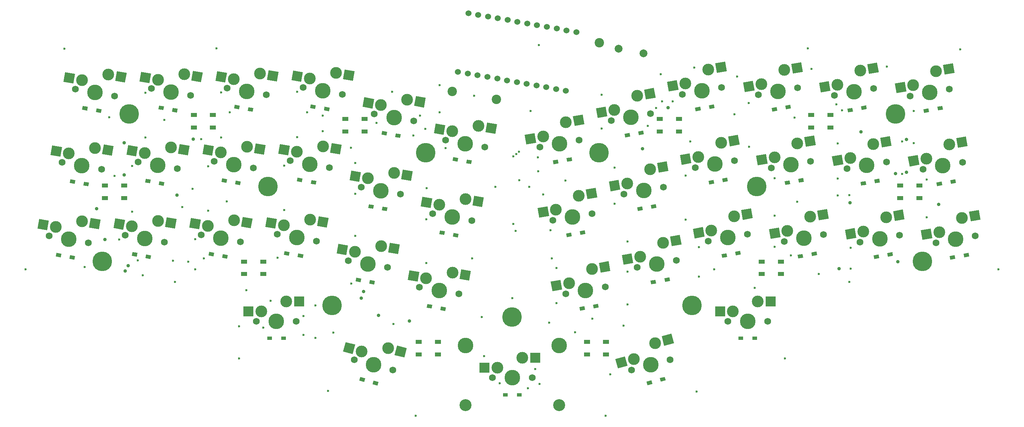
<source format=gbs>
G04 #@! TF.GenerationSoftware,KiCad,Pcbnew,(5.1.9-0-10_14)*
G04 #@! TF.CreationDate,2021-06-24T09:39:22+09:00*
G04 #@! TF.ProjectId,reviung41,72657669-756e-4673-9431-2e6b69636164,1.4*
G04 #@! TF.SameCoordinates,PX2faf080PY2faf080*
G04 #@! TF.FileFunction,Soldermask,Bot*
G04 #@! TF.FilePolarity,Negative*
%FSLAX46Y46*%
G04 Gerber Fmt 4.6, Leading zero omitted, Abs format (unit mm)*
G04 Created by KiCad (PCBNEW (5.1.9-0-10_14)) date 2021-06-24 09:39:22*
%MOMM*%
%LPD*%
G01*
G04 APERTURE LIST*
%ADD10C,3.000000*%
%ADD11C,3.987800*%
%ADD12C,1.750000*%
%ADD13C,0.100000*%
%ADD14C,2.400000*%
%ADD15C,5.000000*%
%ADD16R,2.550000X2.500000*%
%ADD17R,1.500000X1.000000*%
%ADD18C,1.524000*%
%ADD19R,1.300000X0.950000*%
%ADD20C,3.048000*%
%ADD21C,2.000000*%
%ADD22C,0.600000*%
%ADD23C,0.900000*%
G04 APERTURE END LIST*
D10*
X49773544Y-17128243D03*
D11*
X46390000Y-21690000D03*
D10*
X43078949Y-18526989D03*
D12*
X41387177Y-20807867D03*
X51392823Y-22572133D03*
D13*
G36*
X38381013Y-18967899D02*
G01*
X38815133Y-16505880D01*
X41326393Y-16948683D01*
X40892273Y-19410702D01*
X38381013Y-18967899D01*
G37*
G36*
X51552690Y-18711237D02*
G01*
X51986810Y-16249218D01*
X54498070Y-16692021D01*
X54063950Y-19154040D01*
X51552690Y-18711237D01*
G37*
G36*
X87872690Y-32211237D02*
G01*
X88306810Y-29749218D01*
X90818070Y-30192021D01*
X90383950Y-32654040D01*
X87872690Y-32211237D01*
G37*
G36*
X74701013Y-32467899D02*
G01*
X75135133Y-30005880D01*
X77646393Y-30448683D01*
X77212273Y-32910702D01*
X74701013Y-32467899D01*
G37*
D12*
X87712823Y-36072133D03*
X77707177Y-34307867D03*
D10*
X79398949Y-32026989D03*
D11*
X82710000Y-35190000D03*
D10*
X86093544Y-30628243D03*
D14*
X79390000Y-21860000D03*
X90630000Y-23860000D03*
X116930000Y-9420000D03*
D15*
X72620000Y-37480000D03*
X116840000Y-37480000D03*
X192470000Y-27580000D03*
X199320000Y-65240000D03*
X157050000Y-46090000D03*
X140560000Y-76530000D03*
X94660000Y-79530000D03*
X48770000Y-76530000D03*
X32400000Y-46100000D03*
X-9870000Y-65240000D03*
X-2990000Y-27590000D03*
D16*
X160612000Y-75470000D03*
X147685000Y-78010000D03*
D12*
X159850000Y-80550000D03*
X149690000Y-80550000D03*
D10*
X150960000Y-78010000D03*
D11*
X154770000Y-80550000D03*
D10*
X157310000Y-75470000D03*
X133139279Y-60486110D03*
D11*
X131520000Y-65930000D03*
D10*
X127326816Y-64090188D03*
D12*
X126517177Y-66812133D03*
X136522823Y-65047867D03*
D13*
G36*
X123063001Y-66111297D02*
G01*
X122628881Y-63649278D01*
X125140141Y-63206475D01*
X125574261Y-65668494D01*
X123063001Y-66111297D01*
G37*
G36*
X135352544Y-61365135D02*
G01*
X134918424Y-58903116D01*
X137429684Y-58460313D01*
X137863804Y-60922332D01*
X135352544Y-61365135D01*
G37*
D10*
X30403544Y-17268243D03*
D11*
X27020000Y-21830000D03*
D10*
X23708949Y-18666989D03*
D12*
X22017177Y-20947867D03*
X32022823Y-22712133D03*
D13*
G36*
X19011013Y-19107899D02*
G01*
X19445133Y-16645880D01*
X21956393Y-17088683D01*
X21522273Y-19550702D01*
X19011013Y-19107899D01*
G37*
G36*
X32182690Y-18851237D02*
G01*
X32616810Y-16389218D01*
X35128070Y-16832021D01*
X34693950Y-19294040D01*
X32182690Y-18851237D01*
G37*
D17*
X137190000Y-28870000D03*
X137190000Y-32070000D03*
X132290000Y-28870000D03*
X132290000Y-32070000D03*
X175850000Y-27870000D03*
X175850000Y-31070000D03*
X170950000Y-27870000D03*
X170950000Y-31070000D03*
X198540000Y-45860000D03*
X198540000Y-49060000D03*
X193640000Y-45860000D03*
X193640000Y-49060000D03*
X163190000Y-65310000D03*
X163190000Y-68510000D03*
X158290000Y-65310000D03*
X158290000Y-68510000D03*
X118640000Y-85840000D03*
X118640000Y-89040000D03*
X113740000Y-85840000D03*
X113740000Y-89040000D03*
X75760000Y-85860000D03*
X75760000Y-89060000D03*
X70860000Y-85860000D03*
X70860000Y-89060000D03*
X31210000Y-65310000D03*
X31210000Y-68510000D03*
X26310000Y-65310000D03*
X26310000Y-68510000D03*
X-9180000Y-49070000D03*
X-9180000Y-45870000D03*
X-4280000Y-49070000D03*
X-4280000Y-45870000D03*
X18390000Y-27850000D03*
X18390000Y-31050000D03*
X13490000Y-27850000D03*
X13490000Y-31050000D03*
X57040000Y-28840000D03*
X57040000Y-32040000D03*
X52140000Y-28840000D03*
X52140000Y-32040000D03*
D10*
X186719279Y-35266110D03*
D11*
X185100000Y-40710000D03*
D10*
X180906816Y-38870188D03*
D12*
X180097177Y-41592133D03*
X190102823Y-39827867D03*
D13*
G36*
X176643001Y-40891297D02*
G01*
X176208881Y-38429278D01*
X178720141Y-37986475D01*
X179154261Y-40448494D01*
X176643001Y-40891297D01*
G37*
G36*
X188932544Y-36145135D02*
G01*
X188498424Y-33683116D01*
X191009684Y-33240313D01*
X191443804Y-35702332D01*
X188932544Y-36145135D01*
G37*
G36*
X208322544Y-36265135D02*
G01*
X207888424Y-33803116D01*
X210399684Y-33360313D01*
X210833804Y-35822332D01*
X208322544Y-36265135D01*
G37*
G36*
X196033001Y-41011297D02*
G01*
X195598881Y-38549278D01*
X198110141Y-38106475D01*
X198544261Y-40568494D01*
X196033001Y-41011297D01*
G37*
D12*
X209492823Y-39947867D03*
X199487177Y-41712133D03*
D10*
X200296816Y-38990188D03*
D11*
X204490000Y-40830000D03*
D10*
X206109279Y-35386110D03*
D18*
X80870734Y-16798930D03*
X83372146Y-17239996D03*
X85873557Y-17681063D03*
X88374969Y-18122129D03*
X90876381Y-18563195D03*
X93377792Y-19004262D03*
X95879204Y-19445328D03*
X98380616Y-19886395D03*
X100882027Y-20327461D03*
X103383439Y-20768527D03*
X105884851Y-21209594D03*
X108386262Y-21650660D03*
X111029188Y-6661886D03*
X108527776Y-6220820D03*
X106026364Y-5779753D03*
X103524953Y-5338687D03*
X101023541Y-4897621D03*
X98522129Y-4456554D03*
X96020718Y-4015488D03*
X93519306Y-3574421D03*
X91017894Y-3133355D03*
X88516482Y-2692289D03*
X86015071Y-2251222D03*
X83513659Y-1810156D03*
D10*
X131168651Y-86145696D03*
D11*
X130030000Y-91710000D03*
D10*
X125692422Y-90242649D03*
D12*
X125123097Y-93024801D03*
X134936903Y-90395199D03*
D13*
G36*
X121620983Y-92627683D02*
G01*
X120973936Y-90212868D01*
X123437047Y-89552879D01*
X124084094Y-91967694D01*
X121620983Y-92627683D01*
G37*
G36*
X133450106Y-86828478D02*
G01*
X132803059Y-84413663D01*
X135266170Y-83753674D01*
X135913217Y-86168489D01*
X133450106Y-86828478D01*
G37*
G36*
X64704921Y-89197413D02*
G01*
X65351968Y-86782598D01*
X67815079Y-87442587D01*
X67168032Y-89857402D01*
X64704921Y-89197413D01*
G37*
G36*
X51560998Y-88305110D02*
G01*
X52208045Y-85890295D01*
X54671156Y-86550284D01*
X54024109Y-88965099D01*
X51560998Y-88305110D01*
G37*
D12*
X64209164Y-93029683D03*
X54395358Y-90400081D03*
D10*
X56279484Y-88275330D03*
D11*
X59302261Y-91714882D03*
D10*
X63070513Y-87465379D03*
X37070000Y-75490000D03*
D11*
X34530000Y-80570000D03*
D10*
X30720000Y-78030000D03*
D12*
X29450000Y-80570000D03*
X39610000Y-80570000D03*
D16*
X27445000Y-78030000D03*
X40372000Y-75490000D03*
D13*
G36*
X211612544Y-55055135D02*
G01*
X211178424Y-52593116D01*
X213689684Y-52150313D01*
X214123804Y-54612332D01*
X211612544Y-55055135D01*
G37*
G36*
X199323001Y-59801297D02*
G01*
X198888881Y-57339278D01*
X201400141Y-56896475D01*
X201834261Y-59358494D01*
X199323001Y-59801297D01*
G37*
D12*
X212782823Y-58737867D03*
X202777177Y-60502133D03*
D10*
X203586816Y-57780188D03*
D11*
X207780000Y-59620000D03*
D10*
X209399279Y-54176110D03*
X190029279Y-54036110D03*
D11*
X188410000Y-59480000D03*
D10*
X184216816Y-57640188D03*
D12*
X183407177Y-60362133D03*
X193412823Y-58597867D03*
D13*
G36*
X179953001Y-59661297D02*
G01*
X179518881Y-57199278D01*
X182030141Y-56756475D01*
X182464261Y-59218494D01*
X179953001Y-59661297D01*
G37*
G36*
X192242544Y-54915135D02*
G01*
X191808424Y-52453116D01*
X194319684Y-52010313D01*
X194753804Y-54472332D01*
X192242544Y-54915135D01*
G37*
D10*
X170679279Y-53876110D03*
D11*
X169060000Y-59320000D03*
D10*
X164866816Y-57480188D03*
D12*
X164057177Y-60202133D03*
X174062823Y-58437867D03*
D13*
G36*
X160603001Y-59501297D02*
G01*
X160168881Y-57039278D01*
X162680141Y-56596475D01*
X163114261Y-59058494D01*
X160603001Y-59501297D01*
G37*
G36*
X172892544Y-54755135D02*
G01*
X172458424Y-52293116D01*
X174969684Y-51850313D01*
X175403804Y-54312332D01*
X172892544Y-54755135D01*
G37*
G36*
X153502544Y-54645135D02*
G01*
X153068424Y-52183116D01*
X155579684Y-51740313D01*
X156013804Y-54202332D01*
X153502544Y-54645135D01*
G37*
G36*
X141213001Y-59391297D02*
G01*
X140778881Y-56929278D01*
X143290141Y-56486475D01*
X143724261Y-58948494D01*
X141213001Y-59391297D01*
G37*
D12*
X154672823Y-58327867D03*
X144667177Y-60092133D03*
D10*
X145476816Y-57370188D03*
D11*
X149670000Y-59210000D03*
D10*
X151289279Y-53766110D03*
D13*
G36*
X117222544Y-68125135D02*
G01*
X116788424Y-65663116D01*
X119299684Y-65220313D01*
X119733804Y-67682332D01*
X117222544Y-68125135D01*
G37*
G36*
X104933001Y-72871297D02*
G01*
X104498881Y-70409278D01*
X107010141Y-69966475D01*
X107444261Y-72428494D01*
X104933001Y-72871297D01*
G37*
D12*
X118392823Y-71807867D03*
X108387177Y-73572133D03*
D10*
X109196816Y-70850188D03*
D11*
X113390000Y-72690000D03*
D10*
X115009279Y-67246110D03*
X167389279Y-35106110D03*
D11*
X165770000Y-40550000D03*
D10*
X161576816Y-38710188D03*
D12*
X160767177Y-41432133D03*
X170772823Y-39667867D03*
D13*
G36*
X157313001Y-40731297D02*
G01*
X156878881Y-38269278D01*
X159390141Y-37826475D01*
X159824261Y-40288494D01*
X157313001Y-40731297D01*
G37*
G36*
X169602544Y-35985135D02*
G01*
X169168424Y-33523116D01*
X171679684Y-33080313D01*
X172113804Y-35542332D01*
X169602544Y-35985135D01*
G37*
G36*
X150172544Y-35845135D02*
G01*
X149738424Y-33383116D01*
X152249684Y-32940313D01*
X152683804Y-35402332D01*
X150172544Y-35845135D01*
G37*
G36*
X137883001Y-40591297D02*
G01*
X137448881Y-38129278D01*
X139960141Y-37686475D01*
X140394261Y-40148494D01*
X137883001Y-40591297D01*
G37*
D12*
X151342823Y-39527867D03*
X141337177Y-41292133D03*
D10*
X142146816Y-38570188D03*
D11*
X146340000Y-40410000D03*
D10*
X147959279Y-34966110D03*
X129829279Y-41736110D03*
D11*
X128210000Y-47180000D03*
D10*
X124016816Y-45340188D03*
D12*
X123207177Y-48062133D03*
X133212823Y-46297867D03*
D13*
G36*
X119753001Y-47361297D02*
G01*
X119318881Y-44899278D01*
X121830141Y-44456475D01*
X122264261Y-46918494D01*
X119753001Y-47361297D01*
G37*
G36*
X132042544Y-42615135D02*
G01*
X131608424Y-40153116D01*
X134119684Y-39710313D01*
X134553804Y-42172332D01*
X132042544Y-42615135D01*
G37*
G36*
X113872544Y-49355135D02*
G01*
X113438424Y-46893116D01*
X115949684Y-46450313D01*
X116383804Y-48912332D01*
X113872544Y-49355135D01*
G37*
G36*
X101583001Y-54101297D02*
G01*
X101148881Y-51639278D01*
X103660141Y-51196475D01*
X104094261Y-53658494D01*
X101583001Y-54101297D01*
G37*
D12*
X115042823Y-53037867D03*
X105037177Y-54802133D03*
D10*
X105846816Y-52080188D03*
D11*
X110040000Y-53920000D03*
D10*
X111659279Y-48476110D03*
X202769279Y-16656110D03*
D11*
X201150000Y-22100000D03*
D10*
X196956816Y-20260188D03*
D12*
X196147177Y-22982133D03*
X206152823Y-21217867D03*
D13*
G36*
X192693001Y-22281297D02*
G01*
X192258881Y-19819278D01*
X194770141Y-19376475D01*
X195204261Y-21838494D01*
X192693001Y-22281297D01*
G37*
G36*
X204982544Y-17535135D02*
G01*
X204548424Y-15073116D01*
X207059684Y-14630313D01*
X207493804Y-17092332D01*
X204982544Y-17535135D01*
G37*
G36*
X185642544Y-17375135D02*
G01*
X185208424Y-14913116D01*
X187719684Y-14470313D01*
X188153804Y-16932332D01*
X185642544Y-17375135D01*
G37*
G36*
X173353001Y-22121297D02*
G01*
X172918881Y-19659278D01*
X175430141Y-19216475D01*
X175864261Y-21678494D01*
X173353001Y-22121297D01*
G37*
D12*
X186812823Y-21057867D03*
X176807177Y-22822133D03*
D10*
X177616816Y-20100188D03*
D11*
X181810000Y-21940000D03*
D10*
X183429279Y-16496110D03*
D13*
G36*
X166272544Y-17245135D02*
G01*
X165838424Y-14783116D01*
X168349684Y-14340313D01*
X168783804Y-16802332D01*
X166272544Y-17245135D01*
G37*
G36*
X153983001Y-21991297D02*
G01*
X153548881Y-19529278D01*
X156060141Y-19086475D01*
X156494261Y-21548494D01*
X153983001Y-21991297D01*
G37*
D12*
X167442823Y-20927867D03*
X157437177Y-22692133D03*
D10*
X158246816Y-19970188D03*
D11*
X162440000Y-21810000D03*
D10*
X164059279Y-16366110D03*
X144669279Y-16226110D03*
D11*
X143050000Y-21670000D03*
D10*
X138856816Y-19830188D03*
D12*
X138047177Y-22552133D03*
X148052823Y-20787867D03*
D13*
G36*
X134593001Y-21851297D02*
G01*
X134158881Y-19389278D01*
X136670141Y-18946475D01*
X137104261Y-21408494D01*
X134593001Y-21851297D01*
G37*
G36*
X146882544Y-17105135D02*
G01*
X146448424Y-14643116D01*
X148959684Y-14200313D01*
X149393804Y-16662332D01*
X146882544Y-17105135D01*
G37*
G36*
X128752544Y-23845135D02*
G01*
X128318424Y-21383116D01*
X130829684Y-20940313D01*
X131263804Y-23402332D01*
X128752544Y-23845135D01*
G37*
G36*
X116463001Y-28591297D02*
G01*
X116028881Y-26129278D01*
X118540141Y-25686475D01*
X118974261Y-28148494D01*
X116463001Y-28591297D01*
G37*
D12*
X129922823Y-27527867D03*
X119917177Y-29292133D03*
D10*
X120726816Y-26570188D03*
D11*
X124920000Y-28410000D03*
D10*
X126539279Y-22966110D03*
X108389279Y-29746110D03*
D11*
X106770000Y-35190000D03*
D10*
X102576816Y-33350188D03*
D12*
X101767177Y-36072133D03*
X111772823Y-34307867D03*
D13*
G36*
X98313001Y-35371297D02*
G01*
X97878881Y-32909278D01*
X100390141Y-32466475D01*
X100824261Y-34928494D01*
X98313001Y-35371297D01*
G37*
G36*
X110602544Y-30625135D02*
G01*
X110168424Y-28163116D01*
X112679684Y-27720313D01*
X113113804Y-30182332D01*
X110602544Y-30625135D01*
G37*
D10*
X79443544Y-68148243D03*
D11*
X76060000Y-72710000D03*
D10*
X72748949Y-69546989D03*
D12*
X71057177Y-71827867D03*
X81062823Y-73592133D03*
D13*
G36*
X68051013Y-69987899D02*
G01*
X68485133Y-67525880D01*
X70996393Y-67968683D01*
X70562273Y-70430702D01*
X68051013Y-69987899D01*
G37*
G36*
X81222690Y-69731237D02*
G01*
X81656810Y-67269218D01*
X84168070Y-67712021D01*
X83733950Y-70174040D01*
X81222690Y-69731237D01*
G37*
G36*
X63072690Y-62971237D02*
G01*
X63506810Y-60509218D01*
X66018070Y-60952021D01*
X65583950Y-63414040D01*
X63072690Y-62971237D01*
G37*
G36*
X49901013Y-63227899D02*
G01*
X50335133Y-60765880D01*
X52846393Y-61208683D01*
X52412273Y-63670702D01*
X49901013Y-63227899D01*
G37*
D12*
X62912823Y-66832133D03*
X52907177Y-65067867D03*
D10*
X54598949Y-62786989D03*
D11*
X57910000Y-65950000D03*
D10*
X61293544Y-61388243D03*
D13*
G36*
X44917310Y-56219608D02*
G01*
X45351430Y-53757589D01*
X47862690Y-54200392D01*
X47428570Y-56662411D01*
X44917310Y-56219608D01*
G37*
G36*
X31745633Y-56476270D02*
G01*
X32179753Y-54014251D01*
X34691013Y-54457054D01*
X34256893Y-56919073D01*
X31745633Y-56476270D01*
G37*
D12*
X44757443Y-60080504D03*
X34751797Y-58316238D03*
D10*
X36443569Y-56035360D03*
D11*
X39754620Y-59198371D03*
D10*
X43138164Y-54636614D03*
D13*
G36*
X25532690Y-56371237D02*
G01*
X25966810Y-53909218D01*
X28478070Y-54352021D01*
X28043950Y-56814040D01*
X25532690Y-56371237D01*
G37*
G36*
X12361013Y-56627899D02*
G01*
X12795133Y-54165880D01*
X15306393Y-54608683D01*
X14872273Y-57070702D01*
X12361013Y-56627899D01*
G37*
D12*
X25372823Y-60232133D03*
X15367177Y-58467867D03*
D10*
X17058949Y-56186989D03*
D11*
X20370000Y-59350000D03*
D10*
X23753544Y-54788243D03*
D13*
G36*
X6192690Y-56481237D02*
G01*
X6626810Y-54019218D01*
X9138070Y-54462021D01*
X8703950Y-56924040D01*
X6192690Y-56481237D01*
G37*
G36*
X-6978987Y-56737899D02*
G01*
X-6544867Y-54275880D01*
X-4033607Y-54718683D01*
X-4467727Y-57180702D01*
X-6978987Y-56737899D01*
G37*
D12*
X6032823Y-60342133D03*
X-3972823Y-58577867D03*
D10*
X-2281051Y-56296989D03*
D11*
X1030000Y-59460000D03*
D10*
X4413544Y-54898243D03*
X-14986456Y-55058243D03*
D11*
X-18370000Y-59620000D03*
D10*
X-21681051Y-56456989D03*
D12*
X-23372823Y-58737867D03*
X-13367177Y-60502133D03*
D13*
G36*
X-26378987Y-56897899D02*
G01*
X-25944867Y-54435880D01*
X-23433607Y-54878683D01*
X-23867727Y-57340702D01*
X-26378987Y-56897899D01*
G37*
G36*
X-13207310Y-56641237D02*
G01*
X-12773190Y-54179218D01*
X-10261930Y-54622021D01*
X-10696050Y-57084040D01*
X-13207310Y-56641237D01*
G37*
D10*
X82753544Y-49378243D03*
D11*
X79370000Y-53940000D03*
D10*
X76058949Y-50776989D03*
D12*
X74367177Y-53057867D03*
X84372823Y-54822133D03*
D13*
G36*
X71361013Y-51217899D02*
G01*
X71795133Y-48755880D01*
X74306393Y-49198683D01*
X73872273Y-51660702D01*
X71361013Y-51217899D01*
G37*
G36*
X84532690Y-50961237D02*
G01*
X84966810Y-48499218D01*
X87478070Y-48942021D01*
X87043950Y-51404040D01*
X84532690Y-50961237D01*
G37*
D10*
X64603544Y-42658243D03*
D11*
X61220000Y-47220000D03*
D10*
X57908949Y-44056989D03*
D12*
X56217177Y-46337867D03*
X66222823Y-48102133D03*
D13*
G36*
X53211013Y-44497899D02*
G01*
X53645133Y-42035880D01*
X56156393Y-42478683D01*
X55722273Y-44940702D01*
X53211013Y-44497899D01*
G37*
G36*
X66382690Y-44241237D02*
G01*
X66816810Y-41779218D01*
X69328070Y-42222021D01*
X68893950Y-44684040D01*
X66382690Y-44241237D01*
G37*
D10*
X46453544Y-35878243D03*
D11*
X43070000Y-40440000D03*
D10*
X39758949Y-37276989D03*
D12*
X38067177Y-39557867D03*
X48072823Y-41322133D03*
D13*
G36*
X35061013Y-37717899D02*
G01*
X35495133Y-35255880D01*
X38006393Y-35698683D01*
X37572273Y-38160702D01*
X35061013Y-37717899D01*
G37*
G36*
X48232690Y-37461237D02*
G01*
X48666810Y-34999218D01*
X51178070Y-35442021D01*
X50743950Y-37904040D01*
X48232690Y-37461237D01*
G37*
G36*
X28872690Y-37571237D02*
G01*
X29306810Y-35109218D01*
X31818070Y-35552021D01*
X31383950Y-38014040D01*
X28872690Y-37571237D01*
G37*
G36*
X15701013Y-37827899D02*
G01*
X16135133Y-35365880D01*
X18646393Y-35808683D01*
X18212273Y-38270702D01*
X15701013Y-37827899D01*
G37*
D12*
X28712823Y-41432133D03*
X18707177Y-39667867D03*
D10*
X20398949Y-37386989D03*
D11*
X23710000Y-40550000D03*
D10*
X27093544Y-35988243D03*
D13*
G36*
X9472690Y-37731237D02*
G01*
X9906810Y-35269218D01*
X12418070Y-35712021D01*
X11983950Y-38174040D01*
X9472690Y-37731237D01*
G37*
G36*
X-3698987Y-37987899D02*
G01*
X-3264867Y-35525880D01*
X-753607Y-35968683D01*
X-1187727Y-38430702D01*
X-3698987Y-37987899D01*
G37*
D12*
X9312823Y-41592133D03*
X-692823Y-39827867D03*
D10*
X998949Y-37546989D03*
D11*
X4310000Y-40710000D03*
D10*
X7693544Y-36148243D03*
D13*
G36*
X-9887310Y-37851237D02*
G01*
X-9453190Y-35389218D01*
X-6941930Y-35832021D01*
X-7376050Y-38294040D01*
X-9887310Y-37851237D01*
G37*
G36*
X-23058987Y-38107899D02*
G01*
X-22624867Y-35645880D01*
X-20113607Y-36088683D01*
X-20547727Y-38550702D01*
X-23058987Y-38107899D01*
G37*
D12*
X-10047177Y-41712133D03*
X-20052823Y-39947867D03*
D10*
X-18361051Y-37666989D03*
D11*
X-15050000Y-40830000D03*
D10*
X-11666456Y-36268243D03*
X67923544Y-23918243D03*
D11*
X64540000Y-28480000D03*
D10*
X61228949Y-25316989D03*
D12*
X59537177Y-27597867D03*
X69542823Y-29362133D03*
D13*
G36*
X56531013Y-25757899D02*
G01*
X56965133Y-23295880D01*
X59476393Y-23738683D01*
X59042273Y-26200702D01*
X56531013Y-25757899D01*
G37*
G36*
X69702690Y-25501237D02*
G01*
X70136810Y-23039218D01*
X72648070Y-23482021D01*
X72213950Y-25944040D01*
X69702690Y-25501237D01*
G37*
G36*
X12832690Y-19011237D02*
G01*
X13266810Y-16549218D01*
X15778070Y-16992021D01*
X15343950Y-19454040D01*
X12832690Y-19011237D01*
G37*
G36*
X-338987Y-19267899D02*
G01*
X95133Y-16805880D01*
X2606393Y-17248683D01*
X2172273Y-19710702D01*
X-338987Y-19267899D01*
G37*
D12*
X12672823Y-22872133D03*
X2667177Y-21107867D03*
D10*
X4358949Y-18826989D03*
D11*
X7670000Y-21990000D03*
D10*
X11053544Y-17428243D03*
D13*
G36*
X-6557310Y-19121237D02*
G01*
X-6123190Y-16659218D01*
X-3611930Y-17102021D01*
X-4046050Y-19564040D01*
X-6557310Y-19121237D01*
G37*
G36*
X-19728987Y-19377899D02*
G01*
X-19294867Y-16915880D01*
X-16783607Y-17358683D01*
X-17217727Y-19820702D01*
X-19728987Y-19377899D01*
G37*
D12*
X-6717177Y-22982133D03*
X-16722823Y-21217867D03*
D10*
X-15031051Y-18936989D03*
D11*
X-11720000Y-22100000D03*
D10*
X-8336456Y-17538243D03*
D13*
G36*
X-14970642Y-26476686D02*
G01*
X-14805676Y-25541119D01*
X-13525426Y-25766862D01*
X-13690392Y-26702429D01*
X-14970642Y-26476686D01*
G37*
G36*
X-11474574Y-27093138D02*
G01*
X-11309608Y-26157571D01*
X-10029358Y-26383314D01*
X-10194324Y-27318881D01*
X-11474574Y-27093138D01*
G37*
G36*
X4449358Y-26366686D02*
G01*
X4614324Y-25431119D01*
X5894574Y-25656862D01*
X5729608Y-26592429D01*
X4449358Y-26366686D01*
G37*
G36*
X7945426Y-26983138D02*
G01*
X8110392Y-26047571D01*
X9390642Y-26273314D01*
X9225676Y-27208881D01*
X7945426Y-26983138D01*
G37*
G36*
X23769358Y-26176686D02*
G01*
X23934324Y-25241119D01*
X25214574Y-25466862D01*
X25049608Y-26402429D01*
X23769358Y-26176686D01*
G37*
G36*
X27265426Y-26793138D02*
G01*
X27430392Y-25857571D01*
X28710642Y-26083314D01*
X28545676Y-27018881D01*
X27265426Y-26793138D01*
G37*
G36*
X43179358Y-26076686D02*
G01*
X43344324Y-25141119D01*
X44624574Y-25366862D01*
X44459608Y-26302429D01*
X43179358Y-26076686D01*
G37*
G36*
X46675426Y-26693138D02*
G01*
X46840392Y-25757571D01*
X48120642Y-25983314D01*
X47955676Y-26918881D01*
X46675426Y-26693138D01*
G37*
G36*
X61329358Y-32866686D02*
G01*
X61494324Y-31931119D01*
X62774574Y-32156862D01*
X62609608Y-33092429D01*
X61329358Y-32866686D01*
G37*
G36*
X64825426Y-33483138D02*
G01*
X64990392Y-32547571D01*
X66270642Y-32773314D01*
X66105676Y-33708881D01*
X64825426Y-33483138D01*
G37*
G36*
X82965426Y-40183138D02*
G01*
X83130392Y-39247571D01*
X84410642Y-39473314D01*
X84245676Y-40408881D01*
X82965426Y-40183138D01*
G37*
G36*
X79469358Y-39566686D02*
G01*
X79634324Y-38631119D01*
X80914574Y-38856862D01*
X80749608Y-39792429D01*
X79469358Y-39566686D01*
G37*
G36*
X-14654574Y-45853138D02*
G01*
X-14489608Y-44917571D01*
X-13209358Y-45143314D01*
X-13374324Y-46078881D01*
X-14654574Y-45853138D01*
G37*
G36*
X-18150642Y-45236686D02*
G01*
X-17985676Y-44301119D01*
X-16705426Y-44526862D01*
X-16870392Y-45462429D01*
X-18150642Y-45236686D01*
G37*
G36*
X4575426Y-45703138D02*
G01*
X4740392Y-44767571D01*
X6020642Y-44993314D01*
X5855676Y-45928881D01*
X4575426Y-45703138D01*
G37*
G36*
X1079358Y-45086686D02*
G01*
X1244324Y-44151119D01*
X2524574Y-44376862D01*
X2359608Y-45312429D01*
X1079358Y-45086686D01*
G37*
G36*
X20539358Y-44936686D02*
G01*
X20704324Y-44001119D01*
X21984574Y-44226862D01*
X21819608Y-45162429D01*
X20539358Y-44936686D01*
G37*
G36*
X24035426Y-45553138D02*
G01*
X24200392Y-44617571D01*
X25480642Y-44843314D01*
X25315676Y-45778881D01*
X24035426Y-45553138D01*
G37*
G36*
X39799358Y-44816686D02*
G01*
X39964324Y-43881119D01*
X41244574Y-44106862D01*
X41079608Y-45042429D01*
X39799358Y-44816686D01*
G37*
G36*
X43295426Y-45433138D02*
G01*
X43460392Y-44497571D01*
X44740642Y-44723314D01*
X44575676Y-45658881D01*
X43295426Y-45433138D01*
G37*
G36*
X57979358Y-51596686D02*
G01*
X58144324Y-50661119D01*
X59424574Y-50886862D01*
X59259608Y-51822429D01*
X57979358Y-51596686D01*
G37*
G36*
X61475426Y-52213138D02*
G01*
X61640392Y-51277571D01*
X62920642Y-51503314D01*
X62755676Y-52438881D01*
X61475426Y-52213138D01*
G37*
G36*
X79555426Y-58913138D02*
G01*
X79720392Y-57977571D01*
X81000642Y-58203314D01*
X80835676Y-59138881D01*
X79555426Y-58913138D01*
G37*
G36*
X76059358Y-58296686D02*
G01*
X76224324Y-57361119D01*
X77504574Y-57586862D01*
X77339608Y-58522429D01*
X76059358Y-58296686D01*
G37*
G36*
X-18194574Y-64603138D02*
G01*
X-18029608Y-63667571D01*
X-16749358Y-63893314D01*
X-16914324Y-64828881D01*
X-18194574Y-64603138D01*
G37*
G36*
X-21690642Y-63986686D02*
G01*
X-21525676Y-63051119D01*
X-20245426Y-63276862D01*
X-20410392Y-64212429D01*
X-21690642Y-63986686D01*
G37*
G36*
X1165426Y-64433138D02*
G01*
X1330392Y-63497571D01*
X2610642Y-63723314D01*
X2445676Y-64658881D01*
X1165426Y-64433138D01*
G37*
G36*
X-2330642Y-63816686D02*
G01*
X-2165676Y-62881119D01*
X-885426Y-63106862D01*
X-1050392Y-64042429D01*
X-2330642Y-63816686D01*
G37*
G36*
X17239358Y-63746686D02*
G01*
X17404324Y-62811119D01*
X18684574Y-63036862D01*
X18519608Y-63972429D01*
X17239358Y-63746686D01*
G37*
G36*
X20735426Y-64363138D02*
G01*
X20900392Y-63427571D01*
X22180642Y-63653314D01*
X22015676Y-64588881D01*
X20735426Y-64363138D01*
G37*
G36*
X36489358Y-63576686D02*
G01*
X36654324Y-62641119D01*
X37934574Y-62866862D01*
X37769608Y-63802429D01*
X36489358Y-63576686D01*
G37*
G36*
X39985426Y-64193138D02*
G01*
X40150392Y-63257571D01*
X41430642Y-63483314D01*
X41265676Y-64418881D01*
X39985426Y-64193138D01*
G37*
G36*
X58245426Y-70963138D02*
G01*
X58410392Y-70027571D01*
X59690642Y-70253314D01*
X59525676Y-71188881D01*
X58245426Y-70963138D01*
G37*
G36*
X54749358Y-70346686D02*
G01*
X54914324Y-69411119D01*
X56194574Y-69636862D01*
X56029608Y-70572429D01*
X54749358Y-70346686D01*
G37*
G36*
X76355426Y-77703138D02*
G01*
X76520392Y-76767571D01*
X77800642Y-76993314D01*
X77635676Y-77928881D01*
X76355426Y-77703138D01*
G37*
G36*
X72859358Y-77086686D02*
G01*
X73024324Y-76151119D01*
X74304574Y-76376862D01*
X74139608Y-77312429D01*
X72859358Y-77086686D01*
G37*
G36*
X108720392Y-39802429D02*
G01*
X108555426Y-38866862D01*
X109835676Y-38641119D01*
X110000642Y-39576686D01*
X108720392Y-39802429D01*
G37*
G36*
X105224324Y-40418881D02*
G01*
X105059358Y-39483314D01*
X106339608Y-39257571D01*
X106504574Y-40193138D01*
X105224324Y-40418881D01*
G37*
G36*
X126970392Y-32982429D02*
G01*
X126805426Y-32046862D01*
X128085676Y-31821119D01*
X128250642Y-32756686D01*
X126970392Y-32982429D01*
G37*
G36*
X123474324Y-33598881D02*
G01*
X123309358Y-32663314D01*
X124589608Y-32437571D01*
X124754574Y-33373138D01*
X123474324Y-33598881D01*
G37*
G36*
X141494324Y-26898881D02*
G01*
X141329358Y-25963314D01*
X142609608Y-25737571D01*
X142774574Y-26673138D01*
X141494324Y-26898881D01*
G37*
G36*
X144990392Y-26282429D02*
G01*
X144825426Y-25346862D01*
X146105676Y-25121119D01*
X146270642Y-26056686D01*
X144990392Y-26282429D01*
G37*
G36*
X160974324Y-26998881D02*
G01*
X160809358Y-26063314D01*
X162089608Y-25837571D01*
X162254574Y-26773138D01*
X160974324Y-26998881D01*
G37*
G36*
X164470392Y-26382429D02*
G01*
X164305426Y-25446862D01*
X165585676Y-25221119D01*
X165750642Y-26156686D01*
X164470392Y-26382429D01*
G37*
G36*
X180324324Y-27198881D02*
G01*
X180159358Y-26263314D01*
X181439608Y-26037571D01*
X181604574Y-26973138D01*
X180324324Y-27198881D01*
G37*
G36*
X183820392Y-26582429D02*
G01*
X183655426Y-25646862D01*
X184935676Y-25421119D01*
X185100642Y-26356686D01*
X183820392Y-26582429D01*
G37*
G36*
X199734324Y-27298881D02*
G01*
X199569358Y-26363314D01*
X200849608Y-26137571D01*
X201014574Y-27073138D01*
X199734324Y-27298881D01*
G37*
G36*
X203230392Y-26682429D02*
G01*
X203065426Y-25746862D01*
X204345676Y-25521119D01*
X204510642Y-26456686D01*
X203230392Y-26682429D01*
G37*
G36*
X112100392Y-58482429D02*
G01*
X111935426Y-57546862D01*
X113215676Y-57321119D01*
X113380642Y-58256686D01*
X112100392Y-58482429D01*
G37*
G36*
X108604324Y-59098881D02*
G01*
X108439358Y-58163314D01*
X109719608Y-57937571D01*
X109884574Y-58873138D01*
X108604324Y-59098881D01*
G37*
G36*
X126694324Y-52408881D02*
G01*
X126529358Y-51473314D01*
X127809608Y-51247571D01*
X127974574Y-52183138D01*
X126694324Y-52408881D01*
G37*
G36*
X130190392Y-51792429D02*
G01*
X130025426Y-50856862D01*
X131305676Y-50631119D01*
X131470642Y-51566686D01*
X130190392Y-51792429D01*
G37*
G36*
X144914324Y-45618881D02*
G01*
X144749358Y-44683314D01*
X146029608Y-44457571D01*
X146194574Y-45393138D01*
X144914324Y-45618881D01*
G37*
G36*
X148410392Y-45002429D02*
G01*
X148245426Y-44066862D01*
X149525676Y-43841119D01*
X149690642Y-44776686D01*
X148410392Y-45002429D01*
G37*
G36*
X167780392Y-45132429D02*
G01*
X167615426Y-44196862D01*
X168895676Y-43971119D01*
X169060642Y-44906686D01*
X167780392Y-45132429D01*
G37*
G36*
X164284324Y-45748881D02*
G01*
X164119358Y-44813314D01*
X165399608Y-44587571D01*
X165564574Y-45523138D01*
X164284324Y-45748881D01*
G37*
G36*
X187160392Y-45302429D02*
G01*
X186995426Y-44366862D01*
X188275676Y-44141119D01*
X188440642Y-45076686D01*
X187160392Y-45302429D01*
G37*
G36*
X183664324Y-45918881D02*
G01*
X183499358Y-44983314D01*
X184779608Y-44757571D01*
X184944574Y-45693138D01*
X183664324Y-45918881D01*
G37*
G36*
X206540392Y-45432429D02*
G01*
X206375426Y-44496862D01*
X207655676Y-44271119D01*
X207820642Y-45206686D01*
X206540392Y-45432429D01*
G37*
G36*
X203044324Y-46048881D02*
G01*
X202879358Y-45113314D01*
X204159608Y-44887571D01*
X204324574Y-45823138D01*
X203044324Y-46048881D01*
G37*
G36*
X115480392Y-77262429D02*
G01*
X115315426Y-76326862D01*
X116595676Y-76101119D01*
X116760642Y-77036686D01*
X115480392Y-77262429D01*
G37*
G36*
X111984324Y-77878881D02*
G01*
X111819358Y-76943314D01*
X113099608Y-76717571D01*
X113264574Y-77653138D01*
X111984324Y-77878881D01*
G37*
G36*
X133630392Y-70512429D02*
G01*
X133465426Y-69576862D01*
X134745676Y-69351119D01*
X134910642Y-70286686D01*
X133630392Y-70512429D01*
G37*
G36*
X130134324Y-71128881D02*
G01*
X129969358Y-70193314D01*
X131249608Y-69967571D01*
X131414574Y-70903138D01*
X130134324Y-71128881D01*
G37*
G36*
X148224324Y-64368881D02*
G01*
X148059358Y-63433314D01*
X149339608Y-63207571D01*
X149504574Y-64143138D01*
X148224324Y-64368881D01*
G37*
G36*
X151720392Y-63752429D02*
G01*
X151555426Y-62816862D01*
X152835676Y-62591119D01*
X153000642Y-63526686D01*
X151720392Y-63752429D01*
G37*
G36*
X167634324Y-64528881D02*
G01*
X167469358Y-63593314D01*
X168749608Y-63367571D01*
X168914574Y-64303138D01*
X167634324Y-64528881D01*
G37*
G36*
X171130392Y-63912429D02*
G01*
X170965426Y-62976862D01*
X172245676Y-62751119D01*
X172410642Y-63686686D01*
X171130392Y-63912429D01*
G37*
G36*
X190510392Y-64052429D02*
G01*
X190345426Y-63116862D01*
X191625676Y-62891119D01*
X191790642Y-63826686D01*
X190510392Y-64052429D01*
G37*
G36*
X187014324Y-64668881D02*
G01*
X186849358Y-63733314D01*
X188129608Y-63507571D01*
X188294574Y-64443138D01*
X187014324Y-64668881D01*
G37*
G36*
X209920392Y-64212429D02*
G01*
X209755426Y-63276862D01*
X211035676Y-63051119D01*
X211200642Y-63986686D01*
X209920392Y-64212429D01*
G37*
G36*
X206424324Y-64828881D02*
G01*
X206259358Y-63893314D01*
X207539608Y-63667571D01*
X207704574Y-64603138D01*
X206424324Y-64828881D01*
G37*
D19*
X36385000Y-84940000D03*
X32835000Y-84940000D03*
D13*
G36*
X59103727Y-96689986D02*
G01*
X59349605Y-95772357D01*
X60605309Y-96108822D01*
X60359431Y-97026451D01*
X59103727Y-96689986D01*
G37*
G36*
X55674691Y-95771178D02*
G01*
X55920569Y-94853549D01*
X57176273Y-95190014D01*
X56930395Y-96107643D01*
X55674691Y-95771178D01*
G37*
D19*
X96505000Y-99390000D03*
X92955000Y-99390000D03*
D13*
G36*
X129170569Y-96946451D02*
G01*
X128924691Y-96028822D01*
X130180395Y-95692357D01*
X130426273Y-96609986D01*
X129170569Y-96946451D01*
G37*
G36*
X132599605Y-96027643D02*
G01*
X132353727Y-95110014D01*
X133609431Y-94773549D01*
X133855309Y-95691178D01*
X132599605Y-96027643D01*
G37*
D19*
X153005000Y-84950000D03*
X156555000Y-84950000D03*
D11*
X82782000Y-86745000D03*
X106658000Y-86745000D03*
D20*
X82782000Y-101985000D03*
X106658000Y-101985000D03*
D16*
X100562000Y-89920000D03*
X87635000Y-92460000D03*
D12*
X99800000Y-95000000D03*
X89640000Y-95000000D03*
D10*
X90910000Y-92460000D03*
D11*
X94720000Y-95000000D03*
D10*
X97260000Y-89920000D03*
D21*
X121799375Y-10935643D03*
X128200625Y-12064357D03*
D22*
X46400000Y-28000000D03*
X46400000Y-32000000D03*
X71175380Y-27975380D03*
X69500000Y-33100000D03*
X129300000Y-30600000D03*
X132900000Y-24400000D03*
X95000000Y-38400000D03*
X95000000Y-55700000D03*
X95700000Y-37800000D03*
X95600001Y-57499999D03*
X96400000Y-37200000D03*
X25000000Y-81900000D03*
X26900000Y-72600000D03*
X96500000Y-44500000D03*
X41500000Y-79200000D03*
X41500000Y-84100000D03*
X100562000Y-92762000D03*
X101700000Y-96600000D03*
X72526089Y-31373911D03*
D23*
X-4280000Y-43180000D03*
X-4280000Y-34920000D03*
X-11300000Y-51800000D03*
X-3200000Y-66400000D03*
X68500000Y-80500000D03*
X56800000Y-73000000D03*
X192990000Y-65310000D03*
X195198871Y-34098871D03*
X195198871Y-42518871D03*
X203400000Y-50700000D03*
X134400000Y-26000000D03*
X9200000Y-48300000D03*
X13400000Y-34000000D03*
X-4000000Y-67700000D03*
X-9200000Y-59700000D03*
X56200000Y-74684002D03*
X60600000Y-79084002D03*
X178000000Y-67100000D03*
X180800000Y-50300000D03*
X192400000Y-42800000D03*
X183600000Y-32200000D03*
X127900000Y-36500000D03*
D22*
X-8100000Y-28400000D03*
X6000000Y-29100000D03*
X22700000Y-27200000D03*
X42400000Y-27200000D03*
X-14300000Y-66700000D03*
X8200000Y-65100000D03*
X16100000Y-64500000D03*
X33100000Y-75300000D03*
X49100000Y-83500000D03*
X31200000Y-82200000D03*
X34900000Y-64300000D03*
X53600000Y-36200000D03*
X64100000Y-21900000D03*
X85000000Y-22900000D03*
X108300000Y-44600000D03*
X115100000Y-79900000D03*
X110700000Y-83400000D03*
X151400000Y-27700000D03*
X141100000Y-15700000D03*
X-6700000Y-43400000D03*
X-800000Y-65000000D03*
X91500000Y-96400000D03*
X98700000Y-97700000D03*
X-19500000Y-10900000D03*
X-29400000Y-67300000D03*
X218700000Y-67300000D03*
X208900000Y-11100000D03*
X164200000Y-90100000D03*
X141700000Y-98500000D03*
X118500000Y-104700000D03*
X70100000Y-104700000D03*
X47700000Y-98400000D03*
X25000000Y-90100000D03*
X180700000Y-70500000D03*
X8700000Y-70500000D03*
X19300000Y-10800000D03*
X170100000Y-10800000D03*
X90400000Y-46200000D03*
X99000000Y-46200000D03*
X84500000Y-64500000D03*
X104800000Y-64500000D03*
X94700000Y-74700000D03*
X21900000Y-49900000D03*
X167400000Y-50000000D03*
X101500000Y-10000000D03*
X131400000Y-26100000D03*
X146200000Y-67300000D03*
X165800000Y-63700000D03*
X178800000Y-26700000D03*
X166700000Y-28500000D03*
X101250000Y-38650000D03*
X102621571Y-48178429D03*
X104500000Y-57300000D03*
X105971571Y-66928429D03*
X105971571Y-75928429D03*
X104100000Y-80900000D03*
X99351571Y-26848429D03*
X1133703Y-33618291D03*
X1133703Y-22166297D03*
X-2226297Y-40873703D03*
X-2226297Y-52573703D03*
X44500000Y-76552998D03*
X44500000Y-84800000D03*
X-5506297Y-59706297D03*
X500000Y-68800000D03*
X124101571Y-67898429D03*
X124101571Y-76298429D03*
X117501571Y-22698429D03*
X124101571Y-60198429D03*
X120800000Y-50500000D03*
X120791571Y-41308429D03*
X117500000Y-31300000D03*
X20483703Y-22083703D03*
X20483703Y-33583703D03*
X17173703Y-40926297D03*
X17173703Y-52278291D03*
X13833703Y-59633703D03*
X13833703Y-67333703D03*
X119700000Y-94100000D03*
X87500000Y-89500000D03*
X123100000Y-81700000D03*
X142300000Y-69200000D03*
X142300000Y-61600000D03*
X138921571Y-54608886D03*
X138921571Y-43378429D03*
X132600000Y-17400000D03*
X140100000Y-34600000D03*
X135600000Y-24400000D03*
X86900000Y-79500000D03*
X39853703Y-21946297D03*
X39853703Y-33546297D03*
X36533703Y-40833703D03*
X36533703Y-52166297D03*
X156500000Y-72034302D03*
X161641571Y-61541571D03*
X161641571Y-53558429D03*
X161641571Y-44045529D03*
X155021571Y-24778429D03*
X155086343Y-36013657D03*
X152073889Y-18026111D03*
X60100000Y-29899692D03*
X54700000Y-40100000D03*
X54683703Y-47983703D03*
X54683703Y-58783703D03*
X180991571Y-61791571D03*
X181000000Y-67100000D03*
X177681571Y-48418429D03*
X177681571Y-44118429D03*
X177346042Y-25100000D03*
X177681571Y-35118429D03*
X171000000Y-16100000D03*
X77700000Y-36300000D03*
X72850000Y-46550000D03*
X72833703Y-54533703D03*
X72833703Y-65666297D03*
X200361571Y-44325529D03*
X200361571Y-54038429D03*
X190200000Y-15500000D03*
X197071571Y-35028429D03*
X197050000Y-26850000D03*
X76215698Y-20215698D03*
X76173703Y-27126297D03*
X15420000Y-34020000D03*
X13200000Y-46700000D03*
X12110000Y-65310000D03*
X10600000Y-51400000D03*
X64400000Y-81300000D03*
X53650000Y-70950000D03*
X172890000Y-68510000D03*
X180700000Y-48300000D03*
X194096440Y-34596440D03*
X194096440Y-42903560D03*
X101300000Y-42200000D03*
M02*

</source>
